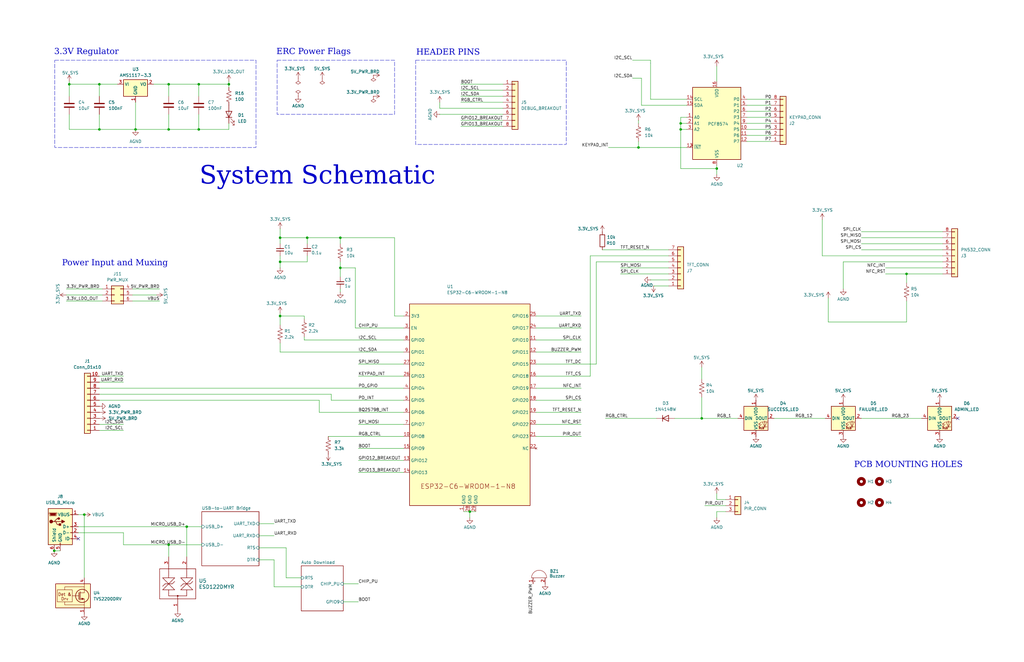
<source format=kicad_sch>
(kicad_sch (version 20231120) (generator "eeschema") (generator_version "8.0")
  (paper "B")
  (title_block (title "SCAN") (date "2025-01-30") (rev "v1.1") (company "Senior Design Group 35"))
  (junction (at 302.26 71.12))
  (junction (at 118.11 100.33))
  (junction (at 83.82 35.56))
  (junction (at 143.51 100.33))
  (junction (at 143.51 113.03))
  (junction (at 71.12 54.61))
  (junction (at 71.12 229.87))
  (junction (at 118.11 133.35))
  (junction (at 35.56 217.17))
  (junction (at 41.91 54.61))
  (junction (at 22.86 232.41))
  (junction (at 295.91 176.53))
  (junction (at 118.11 110.49))
  (junction (at 382.27 115.57))
  (junction (at 198.12 215.9))
  (junction (at 78.74 222.25))
  (junction (at 71.12 35.56))
  (junction (at 96.52 35.56))
  (junction (at 287.02 54.61))
  (junction (at 57.15 54.61))
  (junction (at 129.54 100.33))
  (junction (at 29.21 35.56))
  (junction (at 269.24 62.23))
  (junction (at 41.91 35.56))
  (junction (at 83.82 54.61))
  (junction (at 287.02 52.07))
  (no_connect (at 403.86 176.53))
  (no_connect (at 33.02 227.33))
  (wire (pts (xy 349.25 135.89) (xy 349.25 125.73)))
  (wire (pts (xy 120.65 243.84) (xy 120.65 231.14)))
  (wire (pts (xy 118.11 144.78) (xy 118.11 148.59)))
  (wire (pts (xy 274.32 41.91) (xy 289.56 41.91)))
  (wire (pts (xy 71.12 35.56) (xy 83.82 35.56)))
  (wire (pts (xy 128.27 133.35) (xy 118.11 133.35)))
  (wire (pts (xy 266.7 33.02) (xy 270.51 33.02)))
  (wire (pts (xy 118.11 148.59) (xy 170.18 148.59)))
  (wire (pts (xy 287.02 52.07) (xy 287.02 54.61)))
  (wire (pts (xy 270.51 44.45) (xy 289.56 44.45)))
  (wire (pts (xy 363.22 176.53) (xy 388.62 176.53)))
  (wire (pts (xy 269.24 62.23) (xy 269.24 59.69)))
  (wire (pts (xy 194.31 43.18) (xy 212.09 43.18)))
  (wire (pts (xy 185.42 45.72) (xy 212.09 45.72)))
  (wire (pts (xy 295.91 176.53) (xy 311.15 176.53)))
  (wire (pts (xy 83.82 35.56) (xy 96.52 35.56)))
  (wire (pts (xy 198.12 215.9) (xy 200.66 215.9)))
  (wire (pts (xy 71.12 35.56) (xy 71.12 40.64)))
  (wire (pts (xy 266.7 25.4) (xy 274.32 25.4)))
  (wire (pts (xy 128.27 142.24) (xy 128.27 143.51)))
  (wire (pts (xy 151.13 254) (xy 144.78 254)))
  (wire (pts (xy 281.94 110.49) (xy 251.46 110.49)))
  (wire (pts (xy 134.62 173.99) (xy 170.18 173.99)))
  (wire (pts (xy 269.24 50.8) (xy 269.24 52.07)))
  (wire (pts (xy 166.37 100.33) (xy 166.37 133.35)))
  (wire (pts (xy 71.12 54.61) (xy 83.82 54.61)))
  (wire (pts (xy 128.27 143.51) (xy 170.18 143.51)))
  (wire (pts (xy 57.15 43.18) (xy 57.15 54.61)))
  (wire (pts (xy 302.26 215.9) (xy 302.26 218.44)))
  (wire (pts (xy 52.07 229.87) (xy 71.12 229.87)))
  (wire (pts (xy 255.27 176.53) (xy 276.86 176.53)))
  (wire (pts (xy 382.27 115.57) (xy 397.51 115.57)))
  (wire (pts (xy 314.96 52.07) (xy 325.12 52.07)))
  (wire (pts (xy 143.51 100.33) (xy 143.51 102.87)))
  (wire (pts (xy 302.26 27.94) (xy 302.26 34.29)))
  (wire (pts (xy 151.13 179.07) (xy 170.18 179.07)))
  (wire (pts (xy 71.12 229.87) (xy 85.09 229.87)))
  (wire (pts (xy 269.24 62.23) (xy 289.56 62.23)))
  (wire (pts (xy 52.07 229.87) (xy 52.07 224.79)))
  (wire (pts (xy 287.02 54.61) (xy 289.56 54.61)))
  (wire (pts (xy 33.02 217.17) (xy 35.56 217.17)))
  (wire (pts (xy 346.71 107.95) (xy 397.51 107.95)))
  (wire (pts (xy 314.96 54.61) (xy 325.12 54.61)))
  (wire (pts (xy 226.06 168.91) (xy 245.11 168.91)))
  (wire (pts (xy 261.62 115.57) (xy 281.94 115.57)))
  (wire (pts (xy 29.21 35.56) (xy 41.91 35.56)))
  (wire (pts (xy 120.65 243.84) (xy 127 243.84)))
  (wire (pts (xy 195.58 215.9) (xy 198.12 215.9)))
  (wire (pts (xy 325.12 44.45) (xy 314.96 44.45)))
  (wire (pts (xy 166.37 100.33) (xy 143.51 100.33)))
  (wire (pts (xy 151.13 158.75) (xy 170.18 158.75)))
  (wire (pts (xy 115.57 247.65) (xy 115.57 236.22)))
  (wire (pts (xy 41.91 54.61) (xy 41.91 48.26)))
  (wire (pts (xy 138.43 184.15) (xy 170.18 184.15)))
  (wire (pts (xy 198.12 215.9) (xy 198.12 218.44)))
  (wire (pts (xy 281.94 107.95) (xy 248.92 107.95)))
  (wire (pts (xy 226.06 184.15) (xy 245.11 184.15)))
  (wire (pts (xy 270.51 33.02) (xy 270.51 44.45)))
  (wire (pts (xy 149.86 113.03) (xy 149.86 138.43)))
  (wire (pts (xy 274.32 118.11) (xy 281.94 118.11)))
  (wire (pts (xy 382.27 115.57) (xy 382.27 119.38)))
  (wire (pts (xy 64.77 35.56) (xy 71.12 35.56)))
  (wire (pts (xy 139.7 168.91) (xy 139.7 166.37)))
  (wire (pts (xy 355.6 121.92) (xy 355.6 110.49)))
  (wire (pts (xy 363.22 97.79) (xy 397.51 97.79)))
  (wire (pts (xy 96.52 36.83) (xy 96.52 35.56)))
  (wire (pts (xy 118.11 110.49) (xy 129.54 110.49)))
  (wire (pts (xy 166.37 133.35) (xy 170.18 133.35)))
  (wire (pts (xy 254 105.41) (xy 281.94 105.41)))
  (wire (pts (xy 194.31 53.34) (xy 212.09 53.34)))
  (wire (pts (xy 78.74 222.25) (xy 78.74 234.95)))
  (wire (pts (xy 194.31 38.1) (xy 212.09 38.1)))
  (wire (pts (xy 194.31 50.8) (xy 212.09 50.8)))
  (wire (pts (xy 194.31 40.64) (xy 212.09 40.64)))
  (wire (pts (xy 314.96 59.69) (xy 325.12 59.69)))
  (wire (pts (xy 129.54 100.33) (xy 143.51 100.33)))
  (wire (pts (xy 41.91 35.56) (xy 41.91 40.64)))
  (wire (pts (xy 71.12 229.87) (xy 71.12 234.95)))
  (wire (pts (xy 118.11 132.08) (xy 118.11 133.35)))
  (wire (pts (xy 41.91 35.56) (xy 49.53 35.56)))
  (wire (pts (xy 134.62 168.91) (xy 134.62 173.99)))
  (wire (pts (xy 41.91 163.83) (xy 170.18 163.83)))
  (wire (pts (xy 41.91 54.61) (xy 57.15 54.61)))
  (wire (pts (xy 57.15 54.61) (xy 71.12 54.61)))
  (wire (pts (xy 29.21 35.56) (xy 29.21 40.64)))
  (wire (pts (xy 115.57 236.22) (xy 109.22 236.22)))
  (wire (pts (xy 120.65 231.14) (xy 109.22 231.14)))
  (wire (pts (xy 326.39 176.53) (xy 347.98 176.53)))
  (wire (pts (xy 83.82 54.61) (xy 96.52 54.61)))
  (wire (pts (xy 139.7 168.91) (xy 170.18 168.91)))
  (wire (pts (xy 29.21 48.26) (xy 29.21 54.61)))
  (wire (pts (xy 363.22 105.41) (xy 397.51 105.41)))
  (wire (pts (xy 66.04 124.46) (xy 55.88 124.46)))
  (wire (pts (xy 287.02 49.53) (xy 289.56 49.53)))
  (wire (pts (xy 245.11 138.43) (xy 226.06 138.43)))
  (wire (pts (xy 251.46 153.67) (xy 226.06 153.67)))
  (wire (pts (xy 373.38 115.57) (xy 382.27 115.57)))
  (wire (pts (xy 118.11 102.87) (xy 118.11 100.33)))
  (wire (pts (xy 118.11 133.35) (xy 118.11 137.16)))
  (wire (pts (xy 251.46 110.49) (xy 251.46 153.67)))
  (wire (pts (xy 118.11 100.33) (xy 129.54 100.33)))
  (wire (pts (xy 261.62 113.03) (xy 281.94 113.03)))
  (wire (pts (xy 287.02 49.53) (xy 287.02 52.07)))
  (wire (pts (xy 55.88 127) (xy 67.31 127)))
  (wire (pts (xy 52.07 158.75) (xy 41.91 158.75)))
  (wire (pts (xy 22.86 232.41) (xy 25.4 232.41)))
  (wire (pts (xy 325.12 41.91) (xy 314.96 41.91)))
  (wire (pts (xy 287.02 54.61) (xy 287.02 71.12)))
  (wire (pts (xy 27.94 124.46) (xy 43.18 124.46)))
  (wire (pts (xy 78.74 222.25) (xy 85.09 222.25)))
  (wire (pts (xy 29.21 34.29) (xy 29.21 35.56)))
  (wire (pts (xy 295.91 167.64) (xy 295.91 176.53)))
  (wire (pts (xy 302.26 210.82) (xy 302.26 208.28)))
  (wire (pts (xy 306.07 213.36) (xy 297.18 213.36)))
  (wire (pts (xy 287.02 71.12) (xy 302.26 71.12)))
  (wire (pts (xy 245.11 133.35) (xy 226.06 133.35)))
  (wire (pts (xy 143.51 121.92) (xy 143.51 123.19)))
  (wire (pts (xy 185.42 48.26) (xy 212.09 48.26)))
  (wire (pts (xy 274.32 25.4) (xy 274.32 41.91)))
  (wire (pts (xy 256.54 62.23) (xy 269.24 62.23)))
  (wire (pts (xy 382.27 135.89) (xy 349.25 135.89)))
  (wire (pts (xy 325.12 49.53) (xy 314.96 49.53)))
  (wire (pts (xy 151.13 199.39) (xy 170.18 199.39)))
  (wire (pts (xy 306.07 210.82) (xy 302.26 210.82)))
  (wire (pts (xy 143.51 110.49) (xy 143.51 113.03)))
  (wire (pts (xy 83.82 48.26) (xy 83.82 54.61)))
  (wire (pts (xy 185.42 43.18) (xy 185.42 45.72)))
  (wire (pts (xy 373.38 113.03) (xy 397.51 113.03)))
  (wire (pts (xy 245.11 143.51) (xy 226.06 143.51)))
  (wire (pts (xy 226.06 179.07) (xy 245.11 179.07)))
  (wire (pts (xy 149.86 138.43) (xy 170.18 138.43)))
  (wire (pts (xy 52.07 161.29) (xy 41.91 161.29)))
  (wire (pts (xy 194.31 35.56) (xy 212.09 35.56)))
  (wire (pts (xy 346.71 92.71) (xy 346.71 107.95)))
  (wire (pts (xy 52.07 179.07) (xy 41.91 179.07)))
  (wire (pts (xy 83.82 35.56) (xy 83.82 40.64)))
  (wire (pts (xy 109.22 220.98) (xy 115.57 220.98)))
  (wire (pts (xy 41.91 181.61) (xy 52.07 181.61)))
  (wire (pts (xy 306.07 215.9) (xy 302.26 215.9)))
  (wire (pts (xy 287.02 52.07) (xy 289.56 52.07)))
  (wire (pts (xy 109.22 226.06) (xy 115.57 226.06)))
  (wire (pts (xy 29.21 54.61) (xy 41.91 54.61)))
  (wire (pts (xy 248.92 107.95) (xy 248.92 158.75)))
  (wire (pts (xy 363.22 100.33) (xy 397.51 100.33)))
  (wire (pts (xy 115.57 247.65) (xy 127 247.65)))
  (wire (pts (xy 382.27 127) (xy 382.27 135.89)))
  (wire (pts (xy 314.96 57.15) (xy 325.12 57.15)))
  (wire (pts (xy 363.22 102.87) (xy 397.51 102.87)))
  (wire (pts (xy 295.91 154.94) (xy 295.91 160.02)))
  (wire (pts (xy 118.11 110.49) (xy 118.11 113.03)))
  (wire (pts (xy 96.52 52.07) (xy 96.52 54.61)))
  (wire (pts (xy 151.13 189.23) (xy 170.18 189.23)))
  (wire (pts (xy 151.13 194.31) (xy 170.18 194.31)))
  (wire (pts (xy 129.54 107.95) (xy 129.54 110.49)))
  (wire (pts (xy 35.56 217.17) (xy 35.56 243.84)))
  (wire (pts (xy 302.26 71.12) (xy 302.26 69.85)))
  (wire (pts (xy 275.59 120.65) (xy 281.94 120.65)))
  (wire (pts (xy 226.06 158.75) (xy 248.92 158.75)))
  (wire (pts (xy 284.48 176.53) (xy 295.91 176.53)))
  (wire (pts (xy 118.11 96.52) (xy 118.11 100.33)))
  (wire (pts (xy 302.26 73.66) (xy 302.26 71.12)))
  (wire (pts (xy 33.02 222.25) (xy 78.74 222.25)))
  (wire (pts (xy 151.13 153.67) (xy 170.18 153.67)))
  (wire (pts (xy 245.11 173.99) (xy 226.06 173.99)))
  (wire (pts (xy 41.91 166.37) (xy 139.7 166.37)))
  (wire (pts (xy 355.6 110.49) (xy 397.51 110.49)))
  (wire (pts (xy 226.06 163.83) (xy 245.11 163.83)))
  (wire (pts (xy 143.51 113.03) (xy 143.51 116.84)))
  (wire (pts (xy 55.88 121.92) (xy 67.31 121.92)))
  (wire (pts (xy 149.86 113.03) (xy 143.51 113.03)))
  (wire (pts (xy 129.54 102.87) (xy 129.54 100.33)))
  (wire (pts (xy 41.91 168.91) (xy 134.62 168.91)))
  (wire (pts (xy 325.12 46.99) (xy 314.96 46.99)))
  (wire (pts (xy 144.78 246.38) (xy 151.13 246.38)))
  (wire (pts (xy 71.12 54.61) (xy 71.12 48.26)))
  (wire (pts (xy 118.11 107.95) (xy 118.11 110.49)))
  (wire (pts (xy 128.27 134.62) (xy 128.27 133.35)))
  (wire (pts (xy 43.18 127) (xy 27.94 127)))
  (wire (pts (xy 33.02 224.79) (xy 52.07 224.79)))
  (wire (pts (xy 43.18 121.92) (xy 27.94 121.92)))
  (wire (pts (xy 245.11 148.59) (xy 226.06 148.59)))
  (wire (pts (xy 96.52 34.29) (xy 96.52 35.56)))
  (rectangle (start 274.32 26.67) (end 274.32 26.67))
  (rectangle (start 116.84 25.4) (end 166.37 48.26) (stroke (width 0) (type dash)))
  (rectangle (start 23.114 25.4) (end 107.95 62.23) (stroke (width 0) (type dash)))
  (rectangle (start 175.26 25.4) (end 238.76 60.96) (stroke (width 0) (type dash)))
  (text "HEADER PINS" (at 175.514 24.384 0) (effects (font (size 2.54 2.54) (thickness 0.3175)) (justify left bottom)))
  (text "System Schematic" (at 133.858 76.454 0) (effects (font (size 7.62 7.62) (thickness 0.9525))))
  (text "ERC Power Flags" (at 116.586 24.13 0) (effects (font (size 2.54 2.54) (thickness 0.3175)) (justify left bottom)))
  (text "PCB MOUNTING HOLES" (at 360.172 198.374 0) (effects (font (size 2.54 2.54) (thickness 0.3175)) (justify left bottom)))
  (text "3.3V Regulator" (at 22.86 24.13 0) (effects (font (size 2.54 2.54) (thickness 0.3175)) (justify left bottom)))
  (text "Power Input and Muxing" (at 26.162 113.284 0) (effects (font (size 2.54 2.54) (thickness 0.3175)) (justify left bottom)))
  (label "GPIO13_BREAKOUT" (at 194.31 53.34 0))
  (label "UART_RXD" (at 245.11 138.43 180))
  (label "SPI_MOSI" (at 151.13 179.07 0))
  (label "PIR_OUT" (at 297.18 213.36 0))
  (label "NFC_RST" (at 245.11 179.07 180))
  (label "P2" (at 322.58 46.99 0))
  (label "MICRO_USB_D-" (at 63.5 229.87 0))
  (label "BOOT" (at 151.13 189.23 0))
  (label "RGB_CTRL" (at 194.31 43.18 0))
  (label "NFC_INT" (at 373.38 113.03 180))
  (label "UART_RXD" (at 52.07 161.29 180))
  (label "GPIO12_BREAKOUT" (at 194.31 50.8 0))
  (label "RGB_12" (at 335.28 176.53 0))
  (label "P1" (at 322.58 44.45 0))
  (label "UART_TXD" (at 52.07 158.75 180))
  (label "SPI_CLK" (at 363.22 97.79 180))
  (label "UART_TXD" (at 245.11 133.35 180))
  (label "KEYPAD_INT" (at 151.13 158.75 0))
  (label "NFC_RST" (at 373.38 115.57 180))
  (label "TFT_RESET_N" (at 261.62 105.41 0))
  (label "SPI_CS" (at 363.22 105.41 180))
  (label "RGB_1" (at 302.26 176.53 0))
  (label "RGB_CTRL" (at 151.13 184.15 0))
  (label "SPI_MISO" (at 151.13 153.67 0))
  (label "P0" (at 322.58 41.91 0))
  (label "BUZZER_PWM" (at 245.11 148.59 180))
  (label "UART_RXD" (at 115.57 226.06 0))
  (label "P7" (at 322.58 59.69 0))
  (label "5V_PWR_BRD" (at 67.31 121.92 180))
  (label "TFT_DC" (at 245.11 153.67 180))
  (label "TFT_CS" (at 245.11 158.75 180))
  (label "RGB_23" (at 375.92 176.53 0))
  (label "P4" (at 322.58 52.07 0))
  (label "SPI_CS" (at 245.11 168.91 180))
  (label "RGB_CTRL" (at 255.27 176.53 0))
  (label "I2C_SDA" (at 266.7 33.02 180))
  (label "SPI_MISO" (at 363.22 100.33 180))
  (label "PD_INT" (at 151.13 168.91 0))
  (label "SPI_MOSI" (at 363.22 102.87 180))
  (label "CHIP_PU" (at 151.13 138.43 0))
  (label "PD_GPIO" (at 151.13 163.83 0))
  (label "BOOT" (at 194.31 35.56 0))
  (label "I2C_SCL" (at 194.31 38.1 0))
  (label "I2C_SDA" (at 52.07 179.07 180))
  (label "BQ25798_INT" (at 163.83 173.99 180))
  (label "I2C_SCL" (at 266.7 25.4 180))
  (label "NFC_INT" (at 245.11 163.83 180))
  (label "3.3V_PWR_BRD" (at 27.94 121.92 0))
  (label "P6" (at 322.58 57.15 0))
  (label "GPIO13_BREAKOUT" (at 151.13 199.39 0))
  (label "I2C_SDA" (at 151.13 148.59 0))
  (label "P5" (at 322.58 54.61 0))
  (label "SPI_MOSI" (at 261.62 113.03 0))
  (label "PIR_OUT" (at 245.11 184.15 180))
  (label "I2C_SCL" (at 151.13 143.51 0))
  (label "KEYPAD_INT" (at 256.54 62.23 180))
  (label "P3" (at 322.58 49.53 0))
  (label "SPI_CLK" (at 245.11 143.51 180))
  (label "I2C_SCL" (at 52.07 181.61 180))
  (label "BUZZER_PWM" (at 224.79 246.38 270))
  (label "GPIO12_BREAKOUT" (at 151.13 194.31 0))
  (label "UART_TXD" (at 115.57 220.98 0))
  (label "MICRO_USB_D+" (at 63.5 222.25 0))
  (label "BOOT" (at 151.13 254 0))
  (label "VBUS" (at 67.31 127 180))
  (label "TFT_RESET_N" (at 245.11 173.99 180))
  (label "3.3V_LDO_OUT" (at 27.94 127 0))
  (label "CHIP_PU" (at 151.13 246.38 0))
  (label "I2C_SDA" (at 194.31 40.64 0))
  (label "SPI_CLK" (at 261.62 115.57 0))
  (symbol (lib_id "PCM_Espressif:ESP32-C6-WROOM-1") (at 198.12 161.29 0) (unit 1)
    (property "Reference" "U1" (at 188.468 120.904 0) (effects (justify left)))
    (property "Value" "ESP32-C6-WROOM-1-N8" (at 188.468 123.444 0) (effects (justify left)))
    (property "Footprint" "SCAN_footprints:ESP32-C6-WROOM-1-N8" (effects (hide yes)))
    (property "Datasheet" "https://www.espressif.com/sites/default/files/documentation/esp32-c6-wroom-1_wroom-1u_datasheet_en.pdf" (effects (hide yes)))
    (property "Description" "ESP32-C6-WROOM-1/U is a module that supports 2.4 GHz Wi-Fi 6 (802.11 ax), Bluetooth® 5 (LE), Zigbee and Thread (802.15.4)" (effects (hide yes)))
  )
  (symbol (lib_id "Device:R_US") (at 295.91 163.83 0) (unit 1)
    (property "Reference" "R4" (at 297.688 162.56 0) (effects (justify left)))
    (property "Value" "10k" (at 297.688 165.1 0) (effects (justify left)))
    (property "Footprint" "Resistor_SMD:R_0805_2012Metric" (effects (hide yes)))
    (property "Description" "Resistor, US symbol" (effects (hide yes)))
  )
  (symbol (lib_id "Device:C_Small") (at 129.54 105.41 0) (unit 1)
    (property "Reference" "C2" (at 131.318 104.14 0) (effects (justify left)))
    (property "Value" "0.1u" (at 131.318 106.68 0) (effects (justify left)))
    (property "Footprint" "Capacitor_SMD:C_0603_1608Metric" (effects (hide yes)))
    (property "Description" "50V, 10%" (effects (hide yes)))
  )
  (symbol (lib_id "Device:R_US") (at 143.51 106.68 0) (unit 1)
    (property "Reference" "R3" (at 146.05 105.4099 0) (effects (justify left)))
    (property "Value" "10k" (at 146.05 107.9499 0) (effects (justify left)))
    (property "Footprint" "Resistor_SMD:R_0805_2012Metric" (effects (hide yes)))
    (property "Description" "1%" (effects (hide yes)))
  )
  (symbol (lib_id "LED:WS2812B") (at 396.24 176.53 0) (unit 1)
    (property "Reference" "D6" (at 407.67 170.2114 0))
    (property "Value" "ADMIN_LED" (at 407.67 172.7514 0))
    (property "Footprint" "LED_SMD:LED_WS2812B_PLCC4_5.0x5.0mm_P3.2mm" (effects (hide yes)))
    (property "Datasheet" "https://cdn-shop.adafruit.com/datasheets/WS2812B.pdf" (effects (hide yes)))
    (property "Description" "RGB LED with integrated controller" (effects (hide yes)))
  )
  (symbol (lib_id "Regulator_Linear:AMS1117-3.3") (at 57.15 35.56 0) (unit 1)
    (property "Reference" "U3" (at 57.15 29.21 0))
    (property "Value" "AMS1117-3.3" (at 57.15 31.75 0))
    (property "Footprint" "Package_TO_SOT_SMD:SOT-223-3_TabPin2" (effects (hide yes)))
    (property "Datasheet" "http://www.advanced-monolithic.com/pdf/ds1117.pdf" (effects (hide yes)))
    (property "Description" "1A Low Dropout regulator, positive, 3.3V fixed output, SOT-223" (effects (hide yes)))
  )
  (symbol (lib_id "Device:C_Small") (at 143.51 119.38 0) (unit 1)
    (property "Reference" "C3" (at 145.288 118.11 0) (effects (justify left)))
    (property "Value" "1u" (at 145.288 120.65 0) (effects (justify left)))
    (property "Footprint" "Capacitor_SMD:C_0603_1608Metric" (effects (hide yes)))
    (property "Description" "16V, 10%" (effects (hide yes)))
  )
  (symbol (lib_id "Device:Buzzer") (at 227.33 243.84 90) (unit 1)
    (property "Reference" "BZ1" (at 235.712 241.046 90) (effects (justify left)))
    (property "Value" "Buzzer" (at 238.252 243.078 90) (effects (justify left)))
    (property "Footprint" "Buzzer_Beeper:Buzzer_12x9.5RM7.6" (effects (hide yes)))
    (property "Description" "Buzzer, polarized" (effects (hide yes)))
  )
  (symbol (lib_id "power:GND") (at 125.73 40.64 0) (unit 1)
    (property "Reference" "#PWR016" (effects (hide yes)))
    (property "Value" "AGND" (at 125.73 44.704 0))
    (property "Description" "Power symbol creates a global label with name \"GND\" , ground" (effects (hide yes)))
  )
  (symbol (lib_id "power:GND") (at 41.91 171.45 90) (unit 1)
    (property "Reference" "#PWR043" (effects (hide yes)))
    (property "Value" "AGND" (at 45.72 171.4499 90) (effects (justify right)))
    (property "Description" "Power symbol creates a global label with name \"GND\" , ground" (effects (hide yes)))
  )
  (symbol (lib_id "power:GND") (at 355.6 184.15 0) (unit 1)
    (property "Reference" "#PWR022" (effects (hide yes)))
    (property "Value" "AGND" (at 355.6 188.214 0))
    (property "Description" "Power symbol creates a global label with name \"GND\" , ground" (effects (hide yes)))
  )
  (symbol (lib_id "Interface_Expansion:PCF8574") (at 302.26 52.07 0) (unit 1)
    (property "Reference" "U2" (at 310.642 69.85 0) (effects (justify left)))
    (property "Value" "PCF8574" (at 298.45 52.324 0) (effects (justify left)))
    (property "Footprint" "SCAN_footprints:DIP794W45P254L1969H508Q16" (effects (hide yes)))
    (property "Datasheet" "http://www.nxp.com/docs/en/data-sheet/PCF8574_PCF8574A.pdf" (effects (hide yes)))
    (property "Description" "8 Bit Port/Expander to I2C Bus, DIP/SOIC-16" (effects (hide yes)))
  )
  (symbol (lib_id "power:GND") (at 302.26 73.66 0) (unit 1)
    (property "Reference" "#PWR03" (effects (hide yes)))
    (property "Value" "AGND" (at 302.26 77.724 0))
    (property "Description" "Power symbol creates a global label with name \"GND\" , ground" (effects (hide yes)))
  )
  (symbol (lib_id "power:+3.3V") (at 295.91 154.94 0) (unit 1)
    (property "Reference" "#PWR012" (effects (hide yes)))
    (property "Value" "5V_SYS" (at 292.354 150.876 0) (effects (justify left)))
    (property "Description" "Power symbol creates a global label with name \"+3.3V\"" (effects (hide yes)))
  )
  (symbol (lib_id "Connector_Generic:Conn_01x10") (at 36.83 171.45 180) (unit 1)
    (property "Reference" "J1" (at 36.83 152.4 0))
    (property "Value" "Conn_01x10" (at 36.83 154.94 0))
    (property "Footprint" "Connector_Molex:Molex_Micro-Fit_3.0_43650-1000_1x10_P3.00mm_Horizontal" (effects (hide yes)))
    (property "Description" "Generic connector, single row, 01x10, script generated (kicad-library-utils/schlib/autogen/connector/)" (effects (hide yes)))
  )
  (symbol (lib_id "power:+3.3V") (at 355.6 168.91 0) (unit 1)
    (property "Reference" "#PWR021" (effects (hide yes)))
    (property "Value" "5V_SYS" (at 352.044 164.846 0) (effects (justify left)))
    (property "Description" "Power symbol creates a global label with name \"+3.3V\"" (effects (hide yes)))
  )
  (symbol (lib_id "power:PWR_FLAG") (at 135.89 33.02 180) (unit 1)
    (property "Reference" "#FLG06" (effects (hide yes)))
    (property "Value" "PWR_FLAG" (effects (hide yes)))
    (property "Description" "Special symbol for telling ERC where power comes from" (effects (hide yes)))
  )
  (symbol (lib_id "Device:C") (at 41.91 44.45 0) (unit 1)
    (property "Reference" "C5" (at 45.72 43.1799 0) (effects (justify left)))
    (property "Value" "100nF" (at 45.72 45.7199 0) (effects (justify left)))
    (property "Footprint" "Capacitor_SMD:C_0603_1608Metric" (effects (hide yes)))
    (property "Description" "Unpolarized capacitor" (effects (hide yes)))
  )
  (symbol (lib_id "power:+3.3V") (at 125.73 33.02 0) (unit 1)
    (property "Reference" "#PWR015" (effects (hide yes)))
    (property "Value" "3.3V_SYS" (at 119.888 28.956 0) (effects (justify left)))
    (property "Description" "Power symbol creates a global label with name \"+3.3V\"" (effects (hide yes)))
  )
  (symbol (lib_id "power:GND") (at 118.11 113.03 0) (unit 1)
    (property "Reference" "#PWR06" (effects (hide yes)))
    (property "Value" "AGND" (at 118.11 117.094 0))
    (property "Description" "Power symbol creates a global label with name \"GND\" , ground" (effects (hide yes)))
  )
  (symbol (lib_id "power:+3.3V") (at 346.71 92.71 0) (unit 1)
    (property "Reference" "#PWR011" (effects (hide yes)))
    (property "Value" "3.3V_SYS" (at 342.392 88.646 0) (effects (justify left)))
    (property "Description" "Power symbol creates a global label with name \"+3.3V\"" (effects (hide yes)))
  )
  (symbol (lib_id "power:+3.3V") (at 138.43 191.77 180) (unit 1)
    (property "Reference" "#PWR019" (effects (hide yes)))
    (property "Value" "3.3V_SYS" (at 144.272 195.834 0) (effects (justify left)))
    (property "Description" "Power symbol creates a global label with name \"+3.3V\"" (effects (hide yes)))
  )
  (symbol (lib_id "power:GND") (at 302.26 218.44 0) (unit 1)
    (property "Reference" "#PWR030" (effects (hide yes)))
    (property "Value" "AGND" (at 302.26 222.504 0))
    (property "Description" "Power symbol creates a global label with name \"GND\" , ground" (effects (hide yes)))
  )
  (symbol (lib_id "power:PWR_FLAG") (at 157.48 31.75 180) (unit 1)
    (property "Reference" "#FLG04" (effects (hide yes)))
    (property "Value" "PWR_FLAG" (effects (hide yes)))
    (property "Description" "Special symbol for telling ERC where power comes from" (effects (hide yes)))
  )
  (symbol (lib_id "power:GND") (at 22.86 232.41 0) (unit 1)
    (property "Reference" "#PWR020" (effects (hide yes)))
    (property "Value" "AGND" (at 22.86 237.49 0))
    (property "Description" "Power symbol creates a global label with name \"GND\" , ground" (effects (hide yes)))
  )
  (symbol (lib_id "power:PWR_FLAG") (at 157.48 40.64 180) (unit 1)
    (property "Reference" "#FLG05" (effects (hide yes)))
    (property "Value" "PWR_FLAG" (effects (hide yes)))
    (property "Description" "Special symbol for telling ERC where power comes from" (effects (hide yes)))
  )
  (symbol (lib_id "Connector:USB_B_Micro") (at 25.4 222.25 0) (unit 1)
    (property "Reference" "J8" (at 25.4 209.55 0))
    (property "Value" "USB_B_Micro" (at 25.4 212.09 0))
    (property "Footprint" "Connector_USB:USB_Micro-AB_Molex_47590-0001" (effects (hide yes)))
    (property "Description" "USB Micro Type B connector" (effects (hide yes)))
  )
  (symbol (lib_id "LED:WS2812B") (at 355.6 176.53 0) (unit 1)
    (property "Reference" "D5" (at 368.3 170.2114 0))
    (property "Value" "FAILURE_LED" (at 368.3 172.7514 0))
    (property "Footprint" "LED_SMD:LED_WS2812B_PLCC4_5.0x5.0mm_P3.2mm" (effects (hide yes)))
    (property "Datasheet" "https://cdn-shop.adafruit.com/datasheets/WS2812B.pdf" (effects (hide yes)))
    (property "Description" "RGB LED with integrated controller" (effects (hide yes)))
  )
  (symbol (lib_id "power:+3.3V") (at 302.26 27.94 0) (unit 1)
    (property "Reference" "#PWR02" (effects (hide yes)))
    (property "Value" "3.3V_SYS" (at 296.418 23.876 0) (effects (justify left)))
    (property "Description" "Power symbol creates a global label with name \"+3.3V\"" (effects (hide yes)))
  )
  (symbol (lib_id "custom_symbols:ESD122DMYR") (at 74.93 246.38 90) (unit 1)
    (property "Reference" "U5" (at 83.82 245.1099 90) (effects (font (size 1.524 1.524)) (justify right)))
    (property "Value" "ESD122DMYR" (at 83.82 247.6499 90) (effects (font (size 1.524 1.524)) (justify right)))
    (property "Footprint" "SCAN_footprints:DMY0003A" (effects (hide yes)))
    (property "Datasheet" "ESD122DMYR" (effects (hide yes)))
  )
  (symbol (lib_id "power:+3.3V") (at 35.56 217.17 270) (unit 1)
    (property "Reference" "#PWR027" (effects (hide yes)))
    (property "Value" "VBUS" (at 38.862 217.17 90) (effects (justify left)))
    (property "Description" "Power symbol creates a global label with name \"+3.3V\"" (effects (hide yes)))
  )
  (symbol (lib_id "power:PWR_FLAG") (at 125.73 33.02 180) (unit 1)
    (property "Reference" "#FLG01" (effects (hide yes)))
    (property "Value" "PWR_FLAG" (effects (hide yes)))
    (property "Description" "Special symbol for telling ERC where power comes from" (effects (hide yes)))
  )
  (symbol (lib_id "Diode:1N4148W") (at 280.67 176.53 0) (unit 1)
    (property "Reference" "D3" (at 280.67 170.18 0))
    (property "Value" "1N4148W" (at 280.67 172.72 0))
    (property "Footprint" "Diode_SMD:D_SOD-123" (effects (hide yes)))
    (property "Datasheet" "https://www.vishay.com/docs/85748/1n4148w.pdf" (effects (hide yes)))
    (property "Description" "75V 0.15A Fast Switching Diode, SOD-123" (effects (hide yes)))
    (property "Sim.Device" "D" (effects (hide yes)))
    (property "Sim.Pins" "1=K 2=A" (effects (hide yes)))
  )
  (symbol (lib_id "Connector_Generic:Conn_01x07") (at 287.02 113.03 0) (mirror x) (unit 1)
    (property "Reference" "J7" (at 289.56 114.3001 0) (effects (justify left)))
    (property "Value" "TFT_CONN" (at 289.56 111.7601 0) (effects (justify left)))
    (property "Footprint" "Connector_PinHeader_2.54mm:PinHeader_1x07_P2.54mm_Horizontal" (effects (hide yes)))
    (property "Description" "Generic connector, single row, 01x07, script generated (kicad-library-utils/schlib/autogen/connector/)" (effects (hide yes)))
  )
  (symbol (lib_id "Connector_Generic:Conn_01x08") (at 402.59 107.95 0) (mirror x) (unit 1)
    (property "Reference" "J3" (at 405.13 107.9501 0) (effects (justify left)))
    (property "Value" "PN532_CONN" (at 405.13 105.4101 0) (effects (justify left)))
    (property "Footprint" "Connector_PinHeader_2.54mm:PinHeader_1x08_P2.54mm_Horizontal" (effects (hide yes)))
    (property "Description" "Generic connector, single row, 01x08, script generated (kicad-library-utils/schlib/autogen/connector/)" (effects (hide yes)))
  )
  (symbol (lib_id "power:GND") (at 229.87 246.38 0) (unit 1)
    (property "Reference" "#PWR010" (effects (hide yes)))
    (property "Value" "AGND" (at 229.87 250.444 0))
    (property "Description" "Power symbol creates a global label with name \"GND\" , ground" (effects (hide yes)))
  )
  (symbol (lib_id "power:PWR_FLAG") (at 125.73 40.64 0) (unit 1)
    (property "Reference" "#FLG02" (effects (hide yes)))
    (property "Value" "PWR_FLAG" (effects (hide yes)))
    (property "Description" "Special symbol for telling ERC where power comes from" (effects (hide yes)))
  )
  (symbol (lib_id "Device:R_US") (at 269.24 55.88 0) (unit 1)
    (property "Reference" "R6" (at 271.78 54.6099 0) (effects (justify left)))
    (property "Value" "10k" (at 271.78 57.1499 0) (effects (justify left)))
    (property "Footprint" "Resistor_SMD:R_0805_2012Metric" (effects (hide yes)))
    (property "Description" "Resistor, US symbol" (effects (hide yes)))
  )
  (symbol (lib_id "Mechanical:MountingHole") (at 370.84 203.2 0) (unit 1) (exclude_from_sim yes) (in_bom no)
    (property "Reference" "H3" (at 373.38 203.1999 0) (effects (justify left)))
    (property "Value" "MountingHole_Pad" (effects (hide yes)))
    (property "Footprint" "MountingHole:MountingHole_3.2mm_M3" (effects (hide yes)))
    (property "Description" "Mounting Hole without connection" (effects (hide yes)))
  )
  (symbol (lib_id "power:+3.3V") (at 29.21 34.29 0) (unit 1)
    (property "Reference" "#PWR034" (effects (hide yes)))
    (property "Value" "5V_SYS" (at 26.162 30.734 0) (effects (justify left)))
    (property "Description" "Power symbol creates a global label with name \"+3.3V\"" (effects (hide yes)))
  )
  (symbol (lib_id "power:GND") (at 355.6 121.92 0) (unit 1)
    (property "Reference" "#PWR026" (effects (hide yes)))
    (property "Value" "AGND" (at 355.6 126.238 0))
    (property "Description" "Power symbol creates a global label with name \"GND\" , ground" (effects (hide yes)))
  )
  (symbol (lib_id "Mechanical:MountingHole") (at 363.22 203.2 0) (unit 1) (exclude_from_sim yes) (in_bom no)
    (property "Reference" "H1" (at 365.76 203.1999 0) (effects (justify left)))
    (property "Value" "MountingHole_Pad" (effects (hide yes)))
    (property "Footprint" "MountingHole:MountingHole_3.2mm_M3" (effects (hide yes)))
    (property "Description" "Mounting Hole without connection" (effects (hide yes)))
  )
  (symbol (lib_id "power:+3.3V") (at 349.25 125.73 0) (unit 1)
    (property "Reference" "#PWR04" (effects (hide yes)))
    (property "Value" "3.3V_SYS" (at 338.836 124.46 0) (effects (justify left)))
    (property "Description" "Power symbol creates a global label with name \"+3.3V\"" (effects (hide yes)))
  )
  (symbol (lib_id "power:+3.3V") (at 27.94 124.46 90) (mirror x) (unit 1)
    (property "Reference" "#PWR042" (effects (hide yes)))
    (property "Value" "3.3V_SYS" (at 24.384 119.634 0) (effects (justify left)))
    (property "Description" "Power symbol creates a global label with name \"+3.3V\"" (effects (hide yes)))
  )
  (symbol (lib_id "power:GND") (at 74.93 257.81 0) (unit 1)
    (property "Reference" "#PWR036" (effects (hide yes)))
    (property "Value" "AGND" (at 74.93 261.874 0))
    (property "Description" "Power symbol creates a global label with name \"GND\" , ground" (effects (hide yes)))
  )
  (symbol (lib_id "power:+3.3V") (at 318.77 168.91 0) (unit 1)
    (property "Reference" "#PWR013" (effects (hide yes)))
    (property "Value" "5V_SYS" (at 315.214 164.846 0) (effects (justify left)))
    (property "Description" "Power symbol creates a global label with name \"+3.3V\"" (effects (hide yes)))
  )
  (symbol (lib_id "power:+3.3V") (at 118.11 96.52 0) (unit 1)
    (property "Reference" "#PWR05" (effects (hide yes)))
    (property "Value" "3.3V_SYS" (at 113.792 92.456 0) (effects (justify left)))
    (property "Description" "Power symbol creates a global label with name \"+3.3V\"" (effects (hide yes)))
  )
  (symbol (lib_id "power:+3.3V") (at 396.24 168.91 0) (unit 1)
    (property "Reference" "#PWR023" (effects (hide yes)))
    (property "Value" "5V_SYS" (at 392.684 164.846 0) (effects (justify left)))
    (property "Description" "Power symbol creates a global label with name \"+3.3V\"" (effects (hide yes)))
  )
  (symbol (lib_id "power:+3.3V") (at 157.48 40.64 270) (mirror x) (unit 1)
    (property "Reference" "#PWR018" (effects (hide yes)))
    (property "Value" "3.3V_PWR_BRD" (at 146.05 38.862 90) (effects (justify left)))
    (property "Description" "Power symbol creates a global label with name \"+3.3V\"" (effects (hide yes)))
  )
  (symbol (lib_id "Device:R_US") (at 118.11 140.97 0) (unit 1)
    (property "Reference" "R1" (at 119.888 139.7 0) (effects (justify left)))
    (property "Value" "2.2k" (at 119.888 142.24 0) (effects (justify left)))
    (property "Footprint" "Resistor_SMD:R_0805_2012Metric" (effects (hide yes)))
    (property "Description" "Resistor, US symbol" (effects (hide yes)))
  )
  (symbol (lib_id "power:+3.3V") (at 185.42 43.18 0) (unit 1)
    (property "Reference" "#PWR025" (effects (hide yes)))
    (property "Value" "3.3V_SYS" (at 181.102 38.862 0) (effects (justify left)))
    (property "Description" "Power symbol creates a global label with name \"+3.3V\"" (effects (hide yes)))
  )
  (symbol (lib_id "Device:LED") (at 96.52 48.26 90) (unit 1)
    (property "Reference" "D1" (at 100.33 48.5774 90) (effects (justify right)))
    (property "Value" "LED" (at 100.33 51.1174 90) (effects (justify right)))
    (property "Footprint" "LED_SMD:LED_1206_3216Metric" (effects (hide yes)))
    (property "Description" "Light emitting diode" (effects (hide yes)))
  )
  (symbol (lib_id "power:+3.3V") (at 118.11 132.08 0) (unit 1)
    (property "Reference" "#PWR07" (effects (hide yes)))
    (property "Value" "3.3V_SYS" (at 112.268 128.016 0) (effects (justify left)))
    (property "Description" "Power symbol creates a global label with name \"+3.3V\"" (effects (hide yes)))
  )
  (symbol (lib_id "Device:C") (at 83.82 44.45 0) (unit 1)
    (property "Reference" "C7" (at 87.63 43.1799 0) (effects (justify left)))
    (property "Value" "100nF" (at 87.63 45.7199 0) (effects (justify left)))
    (property "Footprint" "Capacitor_SMD:C_0603_1608Metric" (effects (hide yes)))
    (property "Description" "Unpolarized capacitor" (effects (hide yes)))
  )
  (symbol (lib_id "power:GND") (at 185.42 48.26 270) (unit 1)
    (property "Reference" "#PWR028" (effects (hide yes)))
    (property "Value" "AGND" (at 181.356 48.26 0))
    (property "Description" "Power symbol creates a global label with name \"GND\" , ground" (effects (hide yes)))
  )
  (symbol (lib_id "Device:R_US") (at 96.52 40.64 0) (unit 1)
    (property "Reference" "R16" (at 99.06 39.3699 0) (effects (justify left)))
    (property "Value" "100" (at 99.06 41.9099 0) (effects (justify left)))
    (property "Footprint" "Resistor_SMD:R_0805_2012Metric" (effects (hide yes)))
    (property "Description" "Resistor, US symbol" (effects (hide yes)))
  )
  (symbol (lib_id "Device:R_US") (at 138.43 187.96 0) (unit 1)
    (property "Reference" "R7" (at 140.97 186.6899 0) (effects (justify left)))
    (property "Value" "3.3k" (at 140.97 189.2299 0) (effects (justify left)))
    (property "Footprint" "Resistor_SMD:R_0805_2012Metric" (effects (hide yes)))
    (property "Description" "Resistor, US symbol" (effects (hide yes)))
  )
  (symbol (lib_id "power:GND") (at 318.77 184.15 0) (unit 1)
    (property "Reference" "#PWR017" (effects (hide yes)))
    (property "Value" "AGND" (at 318.77 188.214 0))
    (property "Description" "Power symbol creates a global label with name \"GND\" , ground" (effects (hide yes)))
  )
  (symbol (lib_id "power:+3.3V") (at 66.04 124.46 270) (unit 1)
    (property "Reference" "#PWR044" (effects (hide yes)))
    (property "Value" "5V_SYS" (at 69.85 121.412 0) (effects (justify left)))
    (property "Description" "Power symbol creates a global label with name \"+3.3V\"" (effects (hide yes)))
  )
  (symbol (lib_id "power:+3.3V") (at 41.91 176.53 270) (mirror x) (unit 1)
    (property "Reference" "#PWR047" (effects (hide yes)))
    (property "Value" "5V_PWR_BRD" (at 45.72 176.5301 90) (effects (justify left)))
    (property "Description" "Power symbol creates a global label with name \"+3.3V\"" (effects (hide yes)))
  )
  (symbol (lib_id "Connector_Generic:Conn_01x08") (at 330.2 52.07 0) (mirror x) (unit 1)
    (property "Reference" "J2" (at 332.74 52.0701 0) (effects (justify left)))
    (property "Value" "KEYPAD_CONN" (at 332.74 49.5301 0) (effects (justify left)))
    (property "Footprint" "Connector_PinHeader_2.54mm:PinHeader_1x08_P2.54mm_Horizontal" (effects (hide yes)))
    (property "Description" "Generic connector, single row, 01x08, script generated (kicad-library-utils/schlib/autogen/connector/)" (effects (hide yes)))
  )
  (symbol (lib_id "power:GND") (at 274.32 118.11 270) (unit 1)
    (property "Reference" "#PWR040" (effects (hide yes)))
    (property "Value" "AGND" (at 272.796 120.396 90))
    (property "Description" "Power symbol creates a global label with name \"GND\" , ground" (effects (hide yes)))
  )
  (symbol (lib_id "Device:C_Small") (at 118.11 105.41 0) (unit 1)
    (property "Reference" "C1" (at 119.888 104.14 0) (effects (justify left)))
    (property "Value" "10u" (at 119.888 106.68 0) (effects (justify left)))
    (property "Footprint" "Capacitor_SMD:C_0603_1608Metric" (effects (hide yes)))
    (property "Description" "25V, 20%" (effects (hide yes)))
  )
  (symbol (lib_id "power:+3.3V") (at 302.26 208.28 0) (unit 1)
    (property "Reference" "#PWR029" (effects (hide yes)))
    (property "Value" "3.3V_SYS" (at 296.418 204.216 0) (effects (justify left)))
    (property "Description" "Power symbol creates a global label with name \"+3.3V\"" (effects (hide yes)))
  )
  (symbol (lib_id "power:GND") (at 57.15 54.61 0) (unit 1)
    (property "Reference" "#PWR033" (effects (hide yes)))
    (property "Value" "AGND" (at 57.15 59.69 0))
    (property "Description" "Power symbol creates a global label with name \"GND\" , ground" (effects (hide yes)))
  )
  (symbol (lib_id "Device:R_US") (at 128.27 138.43 0) (unit 1)
    (property "Reference" "R2" (at 130.048 137.16 0) (effects (justify left)))
    (property "Value" "2.2k" (at 130.048 139.7 0) (effects (justify left)))
    (property "Footprint" "Resistor_SMD:R_0805_2012Metric" (effects (hide yes)))
    (property "Description" "Resistor, US symbol" (effects (hide yes)))
  )
  (symbol (lib_id "power:+3.3V") (at 275.59 120.65 180) (unit 1)
    (property "Reference" "#PWR035" (effects (hide yes)))
    (property "Value" "3.3V_SYS" (at 279.908 124.714 0) (effects (justify left)))
    (property "Description" "Power symbol creates a global label with name \"+3.3V\"" (effects (hide yes)))
  )
  (symbol (lib_id "Connector_Generic:Conn_01x08") (at 217.17 43.18 0) (unit 1)
    (property "Reference" "J5" (at 219.71 43.1799 0) (effects (justify left)))
    (property "Value" "DEBUG_BREAKOUT" (at 219.71 45.7199 0) (effects (justify left)))
    (property "Footprint" "Connector_PinHeader_2.54mm:PinHeader_1x08_P2.54mm_Horizontal" (effects (hide yes)))
    (property "Description" "Generic connector, single row, 01x08, script generated (kicad-library-utils/schlib/autogen/connector/)" (effects (hide yes)))
  )
  (symbol (lib_id "Device:C") (at 29.21 44.45 0) (unit 1)
    (property "Reference" "C4" (at 33.02 43.1799 0) (effects (justify left)))
    (property "Value" "10uF" (at 33.02 45.7199 0) (effects (justify left)))
    (property "Footprint" "Capacitor_SMD:C_0603_1608Metric" (effects (hide yes)))
    (property "Description" "Unpolarized capacitor" (effects (hide yes)))
  )
  (symbol (lib_id "power:GND") (at 198.12 218.44 0) (unit 1)
    (property "Reference" "#PWR014" (effects (hide yes)))
    (property "Value" "AGND" (at 198.12 222.504 0))
    (property "Description" "Power symbol creates a global label with name \"GND\" , ground" (effects (hide yes)))
  )
  (symbol (lib_id "power:+3.3V") (at 41.91 173.99 270) (mirror x) (unit 1)
    (property "Reference" "#PWR046" (effects (hide yes)))
    (property "Value" "3.3V_PWR_BRD" (at 45.72 173.99 90) (effects (justify left)))
    (property "Description" "Power symbol creates a global label with name \"+3.3V\"" (effects (hide yes)))
  )
  (symbol (lib_id "Device:R") (at 254 101.6 180) (unit 1)
    (property "Reference" "R10" (at 259.588 102.616 0) (effects (justify left)))
    (property "Value" "10k" (at 259.588 100.076 0) (effects (justify left)))
    (property "Footprint" "Resistor_SMD:R_0805_2012Metric" (effects (hide yes)))
    (property "Description" "Resistor" (effects (hide yes)))
  )
  (symbol (lib_id "Connector_Generic:Conn_02x03_Top_Bottom") (at 48.26 124.46 0) (unit 1)
    (property "Reference" "J11" (at 49.53 115.57 0))
    (property "Value" "PWR_MUX" (at 49.53 118.11 0))
    (property "Footprint" "Connector_PinHeader_2.54mm:PinHeader_2x03_P2.54mm_Vertical" (effects (hide yes)))
    (property "Description" "Generic connector, double row, 02x03, top/bottom pin numbering scheme (row 1: 1...pins_per_row, row2: pins_per_row+1 ... num_pins), script generated (kicad-library-utils/schlib/autogen/connector/)" (effects (hide yes)))
  )
  (symbol (lib_id "power:+3.3V") (at 135.89 33.02 0) (unit 1)
    (property "Reference" "#PWR041" (effects (hide yes)))
    (property "Value" "5V_SYS" (at 132.334 28.956 0) (effects (justify left)))
    (property "Description" "Power symbol creates a global label with name \"+3.3V\"" (effects (hide yes)))
  )
  (symbol (lib_id "power:+3.3V") (at 254 97.79 0) (unit 1)
    (property "Reference" "#PWR037" (effects (hide yes)))
    (property "Value" "3.3V_SYS" (at 243.586 96.52 0) (effects (justify left)))
    (property "Description" "Power symbol creates a global label with name \"+3.3V\"" (effects (hide yes)))
  )
  (symbol (lib_id "Device:R_US") (at 382.27 123.19 0) (unit 1)
    (property "Reference" "R5" (at 384.048 121.92 0) (effects (justify left)))
    (property "Value" "10k" (at 384.048 124.46 0) (effects (justify left)))
    (property "Footprint" "Resistor_SMD:R_0805_2012Metric" (effects (hide yes)))
    (property "Description" "Resistor, US symbol" (effects (hide yes)))
  )
  (symbol (lib_id "Power_Protection:TVS2200DRV") (at 35.56 251.46 0) (unit 1)
    (property "Reference" "U4" (at 39.37 250.1899 0) (effects (justify left)))
    (property "Value" "TVS2200DRV" (at 39.37 252.7299 0) (effects (justify left)))
    (property "Footprint" "Package_SON:WSON-6-1EP_2x2mm_P0.65mm_EP1x1.6mm" (effects (hide yes)))
    (property "Datasheet" "http://www.ti.com/lit/ds/symlink/tvs2200.pdf" (effects (hide yes)))
    (property "Description" "Flat-Clamp Surge Protection Device. 22Vrwm, WSON-6" (effects (hide yes)))
  )
  (symbol (lib_id "power:+3.3V") (at 96.52 34.29 0) (unit 1)
    (property "Reference" "#PWR032" (effects (hide yes)))
    (property "Value" "3.3V_LDO_OUT" (at 89.662 30.226 0) (effects (justify left)))
    (property "Description" "Power symbol creates a global label with name \"+3.3V\"" (effects (hide yes)))
  )
  (symbol (lib_id "Mechanical:MountingHole") (at 363.22 212.09 0) (unit 1) (exclude_from_sim yes) (in_bom no)
    (property "Reference" "H2" (at 365.76 212.0899 0) (effects (justify left)))
    (property "Value" "MountingHole_Pad" (effects (hide yes)))
    (property "Footprint" "MountingHole:MountingHole_3.2mm_M3" (effects (hide yes)))
    (property "Description" "Mounting Hole without connection" (effects (hide yes)))
  )
  (symbol (lib_id "LED:WS2812B") (at 318.77 176.53 0) (unit 1)
    (property "Reference" "D4" (at 330.2 170.2114 0))
    (property "Value" "SUCCESS_LED" (at 330.2 172.7514 0))
    (property "Footprint" "LED_SMD:LED_WS2812B_PLCC4_5.0x5.0mm_P3.2mm" (effects (hide yes)))
    (property "Datasheet" "https://cdn-shop.adafruit.com/datasheets/WS2812B.pdf" (effects (hide yes)))
    (property "Description" "RGB LED with integrated controller" (effects (hide yes)))
  )
  (symbol (lib_id "power:+3.3V") (at 269.24 50.8 0) (unit 1)
    (property "Reference" "#PWR01" (effects (hide yes)))
    (property "Value" "3.3V_SYS" (at 263.398 46.736 0) (effects (justify left)))
    (property "Description" "Power symbol creates a global label with name \"+3.3V\"" (effects (hide yes)))
  )
  (symbol (lib_id "power:GND") (at 396.24 184.15 0) (unit 1)
    (property "Reference" "#PWR024" (effects (hide yes)))
    (property "Value" "AGND" (at 396.24 188.214 0))
    (property "Description" "Power symbol creates a global label with name \"GND\" , ground" (effects (hide yes)))
  )
  (symbol (lib_id "power:GND") (at 35.56 259.08 0) (unit 1)
    (property "Reference" "#PWR045" (effects (hide yes)))
    (property "Value" "AGND" (at 35.56 263.144 0))
    (property "Description" "Power symbol creates a global label with name \"GND\" , ground" (effects (hide yes)))
  )
  (symbol (lib_id "Mechanical:MountingHole") (at 370.84 212.09 0) (unit 1) (exclude_from_sim yes) (in_bom no)
    (property "Reference" "H4" (at 373.38 212.0899 0) (effects (justify left)))
    (property "Value" "MountingHole_Pad" (effects (hide yes)))
    (property "Footprint" "MountingHole:MountingHole_3.2mm_M3" (effects (hide yes)))
    (property "Description" "Mounting Hole without connection" (effects (hide yes)))
  )
  (symbol (lib_id "power:GND") (at 143.51 123.19 0) (unit 1)
    (property "Reference" "#PWR09" (effects (hide yes)))
    (property "Value" "AGND" (at 143.51 127.254 0))
    (property "Description" "Power symbol creates a global label with name \"GND\" , ground" (effects (hide yes)))
  )
  (symbol (lib_id "Device:C") (at 71.12 44.45 0) (unit 1)
    (property "Reference" "C6" (at 74.93 43.1799 0) (effects (justify left)))
    (property "Value" "10uF" (at 74.93 45.7199 0) (effects (justify left)))
    (property "Footprint" "Capacitor_SMD:C_0603_1608Metric" (effects (hide yes)))
    (property "Description" "Unpolarized capacitor" (effects (hide yes)))
  )
  (symbol (lib_id "power:+3.3V") (at 157.48 31.75 270) (mirror x) (unit 1)
    (property "Reference" "#PWR08" (effects (hide yes)))
    (property "Value" "5V_PWR_BRD" (at 147.828 30.226 90) (effects (justify left)))
    (property "Description" "Power symbol creates a global label with name \"+3.3V\"" (effects (hide yes)))
  )
  (symbol (lib_id "Connector_Generic:Conn_01x03") (at 311.15 213.36 0) (unit 1)
    (property "Reference" "J4" (at 313.69 212.0899 0) (effects (justify left)))
    (property "Value" "PIR_CONN" (at 313.69 214.6299 0) (effects (justify left)))
    (property "Footprint" "Connector_PinHeader_2.54mm:PinHeader_1x03_P2.54mm_Horizontal" (effects (hide yes)))
    (property "Description" "Generic connector, single row, 01x03, script generated (kicad-library-utils/schlib/autogen/connector/)" (effects (hide yes)))
  )
  (sheet (at 127 238.76) (size 17.78 19.05) (stroke (width 0.1524))
    (property "Sheetname" "Auto Download" (at 127 238.0484 0) (effects (justify left bottom)))
    (property "Sheetfile" "auto_download.kicad_sch" (effects (hide yes)))
    (pin "RTS" input (at 127 243.84 180))
    (pin "DTR" input (at 127 247.65 180))
    (pin "CHIP_PU" input (at 144.78 246.38 0))
    (pin "GPIO9" input (at 144.78 254 0))
  )
  (sheet (at 85.09 215.9) (size 24.13 22.86) (stroke (width 0.1524))
    (property "Sheetname" "USB-to-UART Bridge" (at 85.09 215.1884 0) (effects (justify left bottom)))
    (property "Sheetfile" "usb_uart.kicad_sch" (effects (hide yes)))
    (pin "USB_D+" input (at 85.09 222.25 180))
    (pin "USB_D-" input (at 85.09 229.87 180))
    (pin "UART_TXD" input (at 109.22 220.98 0))
    (pin "UART_RXD" input (at 109.22 226.06 0))
    (pin "RTS" input (at 109.22 231.14 0))
    (pin "DTR" input (at 109.22 236.22 0))
  )
)
</source>
